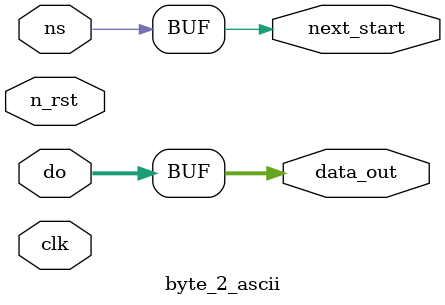
<source format=v>
module byte_2_ascii(
    input           clk,
    input           n_rst,
    input [7:0]     do, 
    input           ns, 
    // input           rx_done;

    output          next_start,
    output [7:0]    data_out
    
);


assign data_out = do;   
assign next_start = ns;

endmodule
</source>
